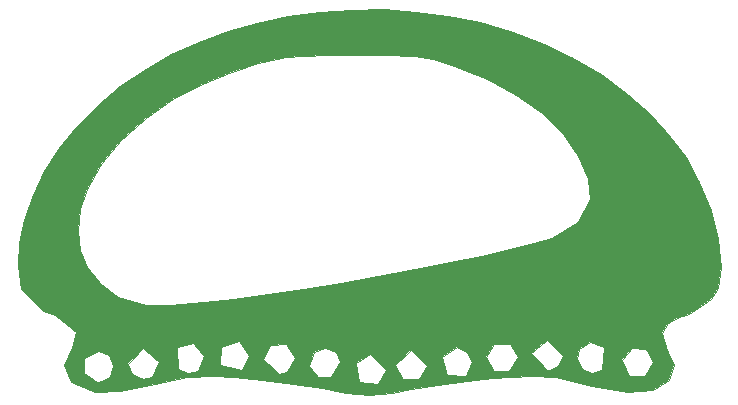
<source format=gbr>
G04 #@! TF.FileFunction,Soldermask,Top*
%FSLAX46Y46*%
G04 Gerber Fmt 4.6, Leading zero omitted, Abs format (unit mm)*
G04 Created by KiCad (PCBNEW 4.0.3+e1-6302~38~ubuntu14.04.1-stable) date Sat Aug 27 00:04:27 2016*
%MOMM*%
%LPD*%
G01*
G04 APERTURE LIST*
%ADD10C,0.100000*%
%ADD11C,0.009978*%
G04 APERTURE END LIST*
D10*
D11*
G36*
X146434042Y-121584283D02*
X149122198Y-120858473D01*
X149826814Y-119693759D01*
X148481334Y-118346876D01*
X147307510Y-119045187D01*
X147532329Y-120656428D01*
X149122198Y-120858473D01*
X146434042Y-121584283D01*
X152614520Y-120459349D01*
X153319136Y-119294637D01*
X151995396Y-117947599D01*
X150625432Y-119274647D01*
X151268128Y-120453017D01*
X152614520Y-120459349D01*
X146434042Y-121584283D01*
X145188035Y-120298448D01*
X145934997Y-119018774D01*
X145593805Y-118170639D01*
X144647808Y-117797928D01*
X143732193Y-118109112D01*
X143325977Y-119321653D01*
X144089429Y-120302171D01*
X145188035Y-120298445D01*
X145188035Y-120298448D01*
X146434042Y-121584283D01*
X156574132Y-120175543D01*
X157110800Y-118988511D01*
X156723416Y-118135421D01*
X155850336Y-117748410D01*
X154570013Y-118572814D01*
X154969839Y-120121777D01*
X156574132Y-120175543D01*
X146434042Y-121584283D01*
X141439090Y-119860665D01*
X142123177Y-118632650D01*
X141366214Y-117479982D01*
X139986288Y-117597141D01*
X139449630Y-118719251D01*
X140796668Y-120042992D01*
X141439090Y-119860665D01*
X146434042Y-121584283D01*
X160273416Y-119748047D01*
X160972911Y-118562158D01*
X160297631Y-117431466D01*
X158955132Y-117436510D01*
X158308915Y-118596180D01*
X158967968Y-119755749D01*
X160273416Y-119748047D01*
X146434042Y-121584283D01*
X166425979Y-119612741D01*
X167272205Y-119943218D01*
X168096861Y-119715064D01*
X168324868Y-117752866D01*
X167124496Y-117307415D01*
X166179638Y-117915835D01*
X166016243Y-118770988D01*
X166425979Y-119612741D01*
X146434042Y-121584283D01*
X137623213Y-119648259D01*
X138268893Y-118496392D01*
X137374242Y-117222964D01*
X135866338Y-117709610D01*
X135819283Y-119231095D01*
X137623213Y-119648259D01*
X146434042Y-121584283D01*
X163533447Y-119743277D01*
X164406526Y-119356266D01*
X164793910Y-118498582D01*
X163437522Y-117132723D01*
X162135385Y-118266078D01*
X163533447Y-119743277D01*
X146434042Y-121584283D01*
X146017935Y-112271778D01*
X149185583Y-111719437D01*
X152290715Y-111145698D01*
X155246863Y-110566538D01*
X157967555Y-109997934D01*
X160366324Y-109455864D01*
X162356699Y-108956304D01*
X163852211Y-108515232D01*
X166115650Y-107181321D01*
X167091620Y-105160257D01*
X166946069Y-103463986D01*
X166119960Y-101544414D01*
X164788460Y-99688707D01*
X163010414Y-97946427D01*
X160844668Y-96367135D01*
X158350070Y-95000394D01*
X155585465Y-93895764D01*
X153833306Y-93374786D01*
X152209140Y-93125545D01*
X149818618Y-93010797D01*
X147444643Y-92978457D01*
X144929433Y-93005096D01*
X142739389Y-93080590D01*
X141340914Y-93194815D01*
X139020873Y-93697905D01*
X136548812Y-94491159D01*
X134108025Y-95507078D01*
X131881804Y-96678165D01*
X129516621Y-98317728D01*
X127423406Y-100220199D01*
X125722478Y-102260541D01*
X124534161Y-104313718D01*
X123930129Y-106077027D01*
X123752452Y-107869756D01*
X123900412Y-109527697D01*
X124507387Y-110962956D01*
X125695383Y-112379132D01*
X127126723Y-113520507D01*
X129521458Y-114194395D01*
X131546558Y-114176242D01*
X134451581Y-113947621D01*
X137004594Y-113640643D01*
X139840971Y-113248358D01*
X142874241Y-112786744D01*
X146017935Y-112271778D01*
X146434042Y-121584283D01*
X144415069Y-121227790D01*
X141950234Y-120867461D01*
X133900343Y-119734839D01*
X134432710Y-118467721D01*
X133518473Y-117383769D01*
X132142794Y-117741972D01*
X132213427Y-119611827D01*
X133090126Y-119943212D01*
X133900343Y-119734839D01*
X141950234Y-120867461D01*
X139367388Y-120544313D01*
X136994381Y-120299365D01*
X135159063Y-120173635D01*
X130021789Y-120241671D01*
X130604526Y-119022330D01*
X129285181Y-117809666D01*
X127974859Y-119201639D01*
X128362242Y-120054732D01*
X129223545Y-120442113D01*
X130021789Y-120241671D01*
X135159063Y-120173635D01*
X132981791Y-120248116D01*
X125785357Y-120641752D01*
X126433931Y-120236633D01*
X126727601Y-119330307D01*
X126354889Y-118388944D01*
X125496564Y-118047379D01*
X124288061Y-118677216D01*
X124235066Y-119903613D01*
X125380562Y-120731899D01*
X125785357Y-120641752D01*
X132981791Y-120248116D01*
X129875545Y-120953424D01*
X127279759Y-121484285D01*
X125233784Y-121512980D01*
X123177292Y-120667101D01*
X122593623Y-119290139D01*
X123276509Y-117850283D01*
X123632672Y-116435799D01*
X121776921Y-115054936D01*
X120817589Y-114704595D01*
X118912788Y-112780766D01*
X118652341Y-110863175D01*
X118790995Y-108894099D01*
X119209334Y-106940424D01*
X119942460Y-104838220D01*
X120902448Y-102849727D01*
X122144836Y-100913283D01*
X123646920Y-99054214D01*
X125385993Y-97297849D01*
X127339349Y-95669515D01*
X129484284Y-94194540D01*
X131672334Y-92960622D01*
X133992909Y-91893938D01*
X136427335Y-90997095D01*
X138956939Y-90272698D01*
X141563050Y-89723351D01*
X144226995Y-89351662D01*
X146930099Y-89160233D01*
X149653692Y-89151672D01*
X152379100Y-89328583D01*
X155087650Y-89693572D01*
X157760670Y-90249244D01*
X160555420Y-91058043D01*
X163209600Y-92068767D01*
X172477018Y-119025476D01*
X171847713Y-117870820D01*
X170627805Y-117794755D01*
X169819306Y-118859758D01*
X170423529Y-120154179D01*
X171775557Y-120214684D01*
X172477018Y-119025476D01*
X163209600Y-92068767D01*
X165705637Y-93268692D01*
X168025957Y-94645092D01*
X170152988Y-96185242D01*
X172069156Y-97876419D01*
X173756887Y-99705898D01*
X175198607Y-101660953D01*
X176376744Y-103728861D01*
X177348840Y-106112422D01*
X177964526Y-108541845D01*
X178197428Y-110913065D01*
X177941602Y-112692741D01*
X177347157Y-113681163D01*
X175478095Y-114949464D01*
X174640485Y-115162712D01*
X173707981Y-115692450D01*
X173203531Y-116569677D01*
X173663375Y-117996418D01*
X174226148Y-119249409D01*
X173791710Y-120501572D01*
X172443360Y-121370929D01*
X170230913Y-121553366D01*
X167272880Y-121039112D01*
X164233531Y-120300876D01*
X162149725Y-120199456D01*
X160409378Y-120248964D01*
X158757180Y-120376940D01*
X156684285Y-120633679D01*
X154236325Y-120972870D01*
X151940974Y-121318345D01*
X150325904Y-121593938D01*
X148376322Y-121815695D01*
X146434042Y-121584286D01*
X146434042Y-121584289D01*
X146434042Y-121584283D01*
X146434042Y-121584283D01*
G37*
X146434042Y-121584283D02*
X149122198Y-120858473D01*
X149826814Y-119693759D01*
X148481334Y-118346876D01*
X147307510Y-119045187D01*
X147532329Y-120656428D01*
X149122198Y-120858473D01*
X146434042Y-121584283D01*
X152614520Y-120459349D01*
X153319136Y-119294637D01*
X151995396Y-117947599D01*
X150625432Y-119274647D01*
X151268128Y-120453017D01*
X152614520Y-120459349D01*
X146434042Y-121584283D01*
X145188035Y-120298448D01*
X145934997Y-119018774D01*
X145593805Y-118170639D01*
X144647808Y-117797928D01*
X143732193Y-118109112D01*
X143325977Y-119321653D01*
X144089429Y-120302171D01*
X145188035Y-120298445D01*
X145188035Y-120298448D01*
X146434042Y-121584283D01*
X156574132Y-120175543D01*
X157110800Y-118988511D01*
X156723416Y-118135421D01*
X155850336Y-117748410D01*
X154570013Y-118572814D01*
X154969839Y-120121777D01*
X156574132Y-120175543D01*
X146434042Y-121584283D01*
X141439090Y-119860665D01*
X142123177Y-118632650D01*
X141366214Y-117479982D01*
X139986288Y-117597141D01*
X139449630Y-118719251D01*
X140796668Y-120042992D01*
X141439090Y-119860665D01*
X146434042Y-121584283D01*
X160273416Y-119748047D01*
X160972911Y-118562158D01*
X160297631Y-117431466D01*
X158955132Y-117436510D01*
X158308915Y-118596180D01*
X158967968Y-119755749D01*
X160273416Y-119748047D01*
X146434042Y-121584283D01*
X166425979Y-119612741D01*
X167272205Y-119943218D01*
X168096861Y-119715064D01*
X168324868Y-117752866D01*
X167124496Y-117307415D01*
X166179638Y-117915835D01*
X166016243Y-118770988D01*
X166425979Y-119612741D01*
X146434042Y-121584283D01*
X137623213Y-119648259D01*
X138268893Y-118496392D01*
X137374242Y-117222964D01*
X135866338Y-117709610D01*
X135819283Y-119231095D01*
X137623213Y-119648259D01*
X146434042Y-121584283D01*
X163533447Y-119743277D01*
X164406526Y-119356266D01*
X164793910Y-118498582D01*
X163437522Y-117132723D01*
X162135385Y-118266078D01*
X163533447Y-119743277D01*
X146434042Y-121584283D01*
X146017935Y-112271778D01*
X149185583Y-111719437D01*
X152290715Y-111145698D01*
X155246863Y-110566538D01*
X157967555Y-109997934D01*
X160366324Y-109455864D01*
X162356699Y-108956304D01*
X163852211Y-108515232D01*
X166115650Y-107181321D01*
X167091620Y-105160257D01*
X166946069Y-103463986D01*
X166119960Y-101544414D01*
X164788460Y-99688707D01*
X163010414Y-97946427D01*
X160844668Y-96367135D01*
X158350070Y-95000394D01*
X155585465Y-93895764D01*
X153833306Y-93374786D01*
X152209140Y-93125545D01*
X149818618Y-93010797D01*
X147444643Y-92978457D01*
X144929433Y-93005096D01*
X142739389Y-93080590D01*
X141340914Y-93194815D01*
X139020873Y-93697905D01*
X136548812Y-94491159D01*
X134108025Y-95507078D01*
X131881804Y-96678165D01*
X129516621Y-98317728D01*
X127423406Y-100220199D01*
X125722478Y-102260541D01*
X124534161Y-104313718D01*
X123930129Y-106077027D01*
X123752452Y-107869756D01*
X123900412Y-109527697D01*
X124507387Y-110962956D01*
X125695383Y-112379132D01*
X127126723Y-113520507D01*
X129521458Y-114194395D01*
X131546558Y-114176242D01*
X134451581Y-113947621D01*
X137004594Y-113640643D01*
X139840971Y-113248358D01*
X142874241Y-112786744D01*
X146017935Y-112271778D01*
X146434042Y-121584283D01*
X144415069Y-121227790D01*
X141950234Y-120867461D01*
X133900343Y-119734839D01*
X134432710Y-118467721D01*
X133518473Y-117383769D01*
X132142794Y-117741972D01*
X132213427Y-119611827D01*
X133090126Y-119943212D01*
X133900343Y-119734839D01*
X141950234Y-120867461D01*
X139367388Y-120544313D01*
X136994381Y-120299365D01*
X135159063Y-120173635D01*
X130021789Y-120241671D01*
X130604526Y-119022330D01*
X129285181Y-117809666D01*
X127974859Y-119201639D01*
X128362242Y-120054732D01*
X129223545Y-120442113D01*
X130021789Y-120241671D01*
X135159063Y-120173635D01*
X132981791Y-120248116D01*
X125785357Y-120641752D01*
X126433931Y-120236633D01*
X126727601Y-119330307D01*
X126354889Y-118388944D01*
X125496564Y-118047379D01*
X124288061Y-118677216D01*
X124235066Y-119903613D01*
X125380562Y-120731899D01*
X125785357Y-120641752D01*
X132981791Y-120248116D01*
X129875545Y-120953424D01*
X127279759Y-121484285D01*
X125233784Y-121512980D01*
X123177292Y-120667101D01*
X122593623Y-119290139D01*
X123276509Y-117850283D01*
X123632672Y-116435799D01*
X121776921Y-115054936D01*
X120817589Y-114704595D01*
X118912788Y-112780766D01*
X118652341Y-110863175D01*
X118790995Y-108894099D01*
X119209334Y-106940424D01*
X119942460Y-104838220D01*
X120902448Y-102849727D01*
X122144836Y-100913283D01*
X123646920Y-99054214D01*
X125385993Y-97297849D01*
X127339349Y-95669515D01*
X129484284Y-94194540D01*
X131672334Y-92960622D01*
X133992909Y-91893938D01*
X136427335Y-90997095D01*
X138956939Y-90272698D01*
X141563050Y-89723351D01*
X144226995Y-89351662D01*
X146930099Y-89160233D01*
X149653692Y-89151672D01*
X152379100Y-89328583D01*
X155087650Y-89693572D01*
X157760670Y-90249244D01*
X160555420Y-91058043D01*
X163209600Y-92068767D01*
X172477018Y-119025476D01*
X171847713Y-117870820D01*
X170627805Y-117794755D01*
X169819306Y-118859758D01*
X170423529Y-120154179D01*
X171775557Y-120214684D01*
X172477018Y-119025476D01*
X163209600Y-92068767D01*
X165705637Y-93268692D01*
X168025957Y-94645092D01*
X170152988Y-96185242D01*
X172069156Y-97876419D01*
X173756887Y-99705898D01*
X175198607Y-101660953D01*
X176376744Y-103728861D01*
X177348840Y-106112422D01*
X177964526Y-108541845D01*
X178197428Y-110913065D01*
X177941602Y-112692741D01*
X177347157Y-113681163D01*
X175478095Y-114949464D01*
X174640485Y-115162712D01*
X173707981Y-115692450D01*
X173203531Y-116569677D01*
X173663375Y-117996418D01*
X174226148Y-119249409D01*
X173791710Y-120501572D01*
X172443360Y-121370929D01*
X170230913Y-121553366D01*
X167272880Y-121039112D01*
X164233531Y-120300876D01*
X162149725Y-120199456D01*
X160409378Y-120248964D01*
X158757180Y-120376940D01*
X156684285Y-120633679D01*
X154236325Y-120972870D01*
X151940974Y-121318345D01*
X150325904Y-121593938D01*
X148376322Y-121815695D01*
X146434042Y-121584286D01*
X146434042Y-121584289D01*
X146434042Y-121584283D01*
M02*

</source>
